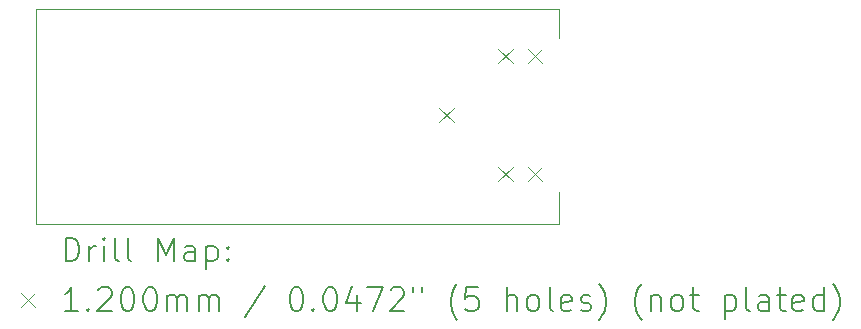
<source format=gbr>
%FSLAX45Y45*%
G04 Gerber Fmt 4.5, Leading zero omitted, Abs format (unit mm)*
G04 Created by KiCad (PCBNEW (6.0.5)) date 2024-01-21 09:57:32*
%MOMM*%
%LPD*%
G01*
G04 APERTURE LIST*
%TA.AperFunction,Profile*%
%ADD10C,0.100000*%
%TD*%
%ADD11C,0.200000*%
%ADD12C,0.120000*%
G04 APERTURE END LIST*
D10*
X13550000Y-10825000D02*
X13225000Y-10825000D01*
X17650000Y-10825000D02*
X17650000Y-10550000D01*
X16825000Y-9000000D02*
X17650000Y-9000000D01*
X13225000Y-9000000D02*
X13225000Y-9025000D01*
X17650000Y-9000000D02*
X17650000Y-9250000D01*
X16825000Y-9000000D02*
X13550000Y-9000000D01*
X13550000Y-9000000D02*
X13225000Y-9000000D01*
X16825000Y-10825000D02*
X17650000Y-10825000D01*
X13225000Y-9025000D02*
X13225000Y-10825000D01*
X13550000Y-10825000D02*
X16825000Y-10825000D01*
D11*
D12*
X16640000Y-9840000D02*
X16760000Y-9960000D01*
X16760000Y-9840000D02*
X16640000Y-9960000D01*
X17140000Y-9340000D02*
X17260000Y-9460000D01*
X17260000Y-9340000D02*
X17140000Y-9460000D01*
X17140000Y-10340000D02*
X17260000Y-10460000D01*
X17260000Y-10340000D02*
X17140000Y-10460000D01*
X17390000Y-9340000D02*
X17510000Y-9460000D01*
X17510000Y-9340000D02*
X17390000Y-9460000D01*
X17390000Y-10340000D02*
X17510000Y-10460000D01*
X17510000Y-10340000D02*
X17390000Y-10460000D01*
D11*
X13477619Y-11140476D02*
X13477619Y-10940476D01*
X13525238Y-10940476D01*
X13553809Y-10950000D01*
X13572857Y-10969048D01*
X13582381Y-10988095D01*
X13591905Y-11026190D01*
X13591905Y-11054762D01*
X13582381Y-11092857D01*
X13572857Y-11111905D01*
X13553809Y-11130952D01*
X13525238Y-11140476D01*
X13477619Y-11140476D01*
X13677619Y-11140476D02*
X13677619Y-11007143D01*
X13677619Y-11045238D02*
X13687143Y-11026190D01*
X13696667Y-11016667D01*
X13715714Y-11007143D01*
X13734762Y-11007143D01*
X13801428Y-11140476D02*
X13801428Y-11007143D01*
X13801428Y-10940476D02*
X13791905Y-10950000D01*
X13801428Y-10959524D01*
X13810952Y-10950000D01*
X13801428Y-10940476D01*
X13801428Y-10959524D01*
X13925238Y-11140476D02*
X13906190Y-11130952D01*
X13896667Y-11111905D01*
X13896667Y-10940476D01*
X14030000Y-11140476D02*
X14010952Y-11130952D01*
X14001428Y-11111905D01*
X14001428Y-10940476D01*
X14258571Y-11140476D02*
X14258571Y-10940476D01*
X14325238Y-11083333D01*
X14391905Y-10940476D01*
X14391905Y-11140476D01*
X14572857Y-11140476D02*
X14572857Y-11035714D01*
X14563333Y-11016667D01*
X14544286Y-11007143D01*
X14506190Y-11007143D01*
X14487143Y-11016667D01*
X14572857Y-11130952D02*
X14553809Y-11140476D01*
X14506190Y-11140476D01*
X14487143Y-11130952D01*
X14477619Y-11111905D01*
X14477619Y-11092857D01*
X14487143Y-11073810D01*
X14506190Y-11064286D01*
X14553809Y-11064286D01*
X14572857Y-11054762D01*
X14668095Y-11007143D02*
X14668095Y-11207143D01*
X14668095Y-11016667D02*
X14687143Y-11007143D01*
X14725238Y-11007143D01*
X14744286Y-11016667D01*
X14753809Y-11026190D01*
X14763333Y-11045238D01*
X14763333Y-11102381D01*
X14753809Y-11121429D01*
X14744286Y-11130952D01*
X14725238Y-11140476D01*
X14687143Y-11140476D01*
X14668095Y-11130952D01*
X14849048Y-11121429D02*
X14858571Y-11130952D01*
X14849048Y-11140476D01*
X14839524Y-11130952D01*
X14849048Y-11121429D01*
X14849048Y-11140476D01*
X14849048Y-11016667D02*
X14858571Y-11026190D01*
X14849048Y-11035714D01*
X14839524Y-11026190D01*
X14849048Y-11016667D01*
X14849048Y-11035714D01*
D12*
X13100000Y-11410000D02*
X13220000Y-11530000D01*
X13220000Y-11410000D02*
X13100000Y-11530000D01*
D11*
X13582381Y-11560476D02*
X13468095Y-11560476D01*
X13525238Y-11560476D02*
X13525238Y-11360476D01*
X13506190Y-11389048D01*
X13487143Y-11408095D01*
X13468095Y-11417619D01*
X13668095Y-11541428D02*
X13677619Y-11550952D01*
X13668095Y-11560476D01*
X13658571Y-11550952D01*
X13668095Y-11541428D01*
X13668095Y-11560476D01*
X13753809Y-11379524D02*
X13763333Y-11370000D01*
X13782381Y-11360476D01*
X13830000Y-11360476D01*
X13849048Y-11370000D01*
X13858571Y-11379524D01*
X13868095Y-11398571D01*
X13868095Y-11417619D01*
X13858571Y-11446190D01*
X13744286Y-11560476D01*
X13868095Y-11560476D01*
X13991905Y-11360476D02*
X14010952Y-11360476D01*
X14030000Y-11370000D01*
X14039524Y-11379524D01*
X14049048Y-11398571D01*
X14058571Y-11436667D01*
X14058571Y-11484286D01*
X14049048Y-11522381D01*
X14039524Y-11541428D01*
X14030000Y-11550952D01*
X14010952Y-11560476D01*
X13991905Y-11560476D01*
X13972857Y-11550952D01*
X13963333Y-11541428D01*
X13953809Y-11522381D01*
X13944286Y-11484286D01*
X13944286Y-11436667D01*
X13953809Y-11398571D01*
X13963333Y-11379524D01*
X13972857Y-11370000D01*
X13991905Y-11360476D01*
X14182381Y-11360476D02*
X14201428Y-11360476D01*
X14220476Y-11370000D01*
X14230000Y-11379524D01*
X14239524Y-11398571D01*
X14249048Y-11436667D01*
X14249048Y-11484286D01*
X14239524Y-11522381D01*
X14230000Y-11541428D01*
X14220476Y-11550952D01*
X14201428Y-11560476D01*
X14182381Y-11560476D01*
X14163333Y-11550952D01*
X14153809Y-11541428D01*
X14144286Y-11522381D01*
X14134762Y-11484286D01*
X14134762Y-11436667D01*
X14144286Y-11398571D01*
X14153809Y-11379524D01*
X14163333Y-11370000D01*
X14182381Y-11360476D01*
X14334762Y-11560476D02*
X14334762Y-11427143D01*
X14334762Y-11446190D02*
X14344286Y-11436667D01*
X14363333Y-11427143D01*
X14391905Y-11427143D01*
X14410952Y-11436667D01*
X14420476Y-11455714D01*
X14420476Y-11560476D01*
X14420476Y-11455714D02*
X14430000Y-11436667D01*
X14449048Y-11427143D01*
X14477619Y-11427143D01*
X14496667Y-11436667D01*
X14506190Y-11455714D01*
X14506190Y-11560476D01*
X14601428Y-11560476D02*
X14601428Y-11427143D01*
X14601428Y-11446190D02*
X14610952Y-11436667D01*
X14630000Y-11427143D01*
X14658571Y-11427143D01*
X14677619Y-11436667D01*
X14687143Y-11455714D01*
X14687143Y-11560476D01*
X14687143Y-11455714D02*
X14696667Y-11436667D01*
X14715714Y-11427143D01*
X14744286Y-11427143D01*
X14763333Y-11436667D01*
X14772857Y-11455714D01*
X14772857Y-11560476D01*
X15163333Y-11350952D02*
X14991905Y-11608095D01*
X15420476Y-11360476D02*
X15439524Y-11360476D01*
X15458571Y-11370000D01*
X15468095Y-11379524D01*
X15477619Y-11398571D01*
X15487143Y-11436667D01*
X15487143Y-11484286D01*
X15477619Y-11522381D01*
X15468095Y-11541428D01*
X15458571Y-11550952D01*
X15439524Y-11560476D01*
X15420476Y-11560476D01*
X15401428Y-11550952D01*
X15391905Y-11541428D01*
X15382381Y-11522381D01*
X15372857Y-11484286D01*
X15372857Y-11436667D01*
X15382381Y-11398571D01*
X15391905Y-11379524D01*
X15401428Y-11370000D01*
X15420476Y-11360476D01*
X15572857Y-11541428D02*
X15582381Y-11550952D01*
X15572857Y-11560476D01*
X15563333Y-11550952D01*
X15572857Y-11541428D01*
X15572857Y-11560476D01*
X15706190Y-11360476D02*
X15725238Y-11360476D01*
X15744286Y-11370000D01*
X15753809Y-11379524D01*
X15763333Y-11398571D01*
X15772857Y-11436667D01*
X15772857Y-11484286D01*
X15763333Y-11522381D01*
X15753809Y-11541428D01*
X15744286Y-11550952D01*
X15725238Y-11560476D01*
X15706190Y-11560476D01*
X15687143Y-11550952D01*
X15677619Y-11541428D01*
X15668095Y-11522381D01*
X15658571Y-11484286D01*
X15658571Y-11436667D01*
X15668095Y-11398571D01*
X15677619Y-11379524D01*
X15687143Y-11370000D01*
X15706190Y-11360476D01*
X15944286Y-11427143D02*
X15944286Y-11560476D01*
X15896667Y-11350952D02*
X15849048Y-11493809D01*
X15972857Y-11493809D01*
X16030000Y-11360476D02*
X16163333Y-11360476D01*
X16077619Y-11560476D01*
X16230000Y-11379524D02*
X16239524Y-11370000D01*
X16258571Y-11360476D01*
X16306190Y-11360476D01*
X16325238Y-11370000D01*
X16334762Y-11379524D01*
X16344286Y-11398571D01*
X16344286Y-11417619D01*
X16334762Y-11446190D01*
X16220476Y-11560476D01*
X16344286Y-11560476D01*
X16420476Y-11360476D02*
X16420476Y-11398571D01*
X16496667Y-11360476D02*
X16496667Y-11398571D01*
X16791905Y-11636667D02*
X16782381Y-11627143D01*
X16763333Y-11598571D01*
X16753809Y-11579524D01*
X16744286Y-11550952D01*
X16734762Y-11503333D01*
X16734762Y-11465238D01*
X16744286Y-11417619D01*
X16753809Y-11389048D01*
X16763333Y-11370000D01*
X16782381Y-11341428D01*
X16791905Y-11331905D01*
X16963333Y-11360476D02*
X16868095Y-11360476D01*
X16858571Y-11455714D01*
X16868095Y-11446190D01*
X16887143Y-11436667D01*
X16934762Y-11436667D01*
X16953810Y-11446190D01*
X16963333Y-11455714D01*
X16972857Y-11474762D01*
X16972857Y-11522381D01*
X16963333Y-11541428D01*
X16953810Y-11550952D01*
X16934762Y-11560476D01*
X16887143Y-11560476D01*
X16868095Y-11550952D01*
X16858571Y-11541428D01*
X17210952Y-11560476D02*
X17210952Y-11360476D01*
X17296667Y-11560476D02*
X17296667Y-11455714D01*
X17287143Y-11436667D01*
X17268095Y-11427143D01*
X17239524Y-11427143D01*
X17220476Y-11436667D01*
X17210952Y-11446190D01*
X17420476Y-11560476D02*
X17401429Y-11550952D01*
X17391905Y-11541428D01*
X17382381Y-11522381D01*
X17382381Y-11465238D01*
X17391905Y-11446190D01*
X17401429Y-11436667D01*
X17420476Y-11427143D01*
X17449048Y-11427143D01*
X17468095Y-11436667D01*
X17477619Y-11446190D01*
X17487143Y-11465238D01*
X17487143Y-11522381D01*
X17477619Y-11541428D01*
X17468095Y-11550952D01*
X17449048Y-11560476D01*
X17420476Y-11560476D01*
X17601429Y-11560476D02*
X17582381Y-11550952D01*
X17572857Y-11531905D01*
X17572857Y-11360476D01*
X17753810Y-11550952D02*
X17734762Y-11560476D01*
X17696667Y-11560476D01*
X17677619Y-11550952D01*
X17668095Y-11531905D01*
X17668095Y-11455714D01*
X17677619Y-11436667D01*
X17696667Y-11427143D01*
X17734762Y-11427143D01*
X17753810Y-11436667D01*
X17763333Y-11455714D01*
X17763333Y-11474762D01*
X17668095Y-11493809D01*
X17839524Y-11550952D02*
X17858571Y-11560476D01*
X17896667Y-11560476D01*
X17915714Y-11550952D01*
X17925238Y-11531905D01*
X17925238Y-11522381D01*
X17915714Y-11503333D01*
X17896667Y-11493809D01*
X17868095Y-11493809D01*
X17849048Y-11484286D01*
X17839524Y-11465238D01*
X17839524Y-11455714D01*
X17849048Y-11436667D01*
X17868095Y-11427143D01*
X17896667Y-11427143D01*
X17915714Y-11436667D01*
X17991905Y-11636667D02*
X18001429Y-11627143D01*
X18020476Y-11598571D01*
X18030000Y-11579524D01*
X18039524Y-11550952D01*
X18049048Y-11503333D01*
X18049048Y-11465238D01*
X18039524Y-11417619D01*
X18030000Y-11389048D01*
X18020476Y-11370000D01*
X18001429Y-11341428D01*
X17991905Y-11331905D01*
X18353810Y-11636667D02*
X18344286Y-11627143D01*
X18325238Y-11598571D01*
X18315714Y-11579524D01*
X18306190Y-11550952D01*
X18296667Y-11503333D01*
X18296667Y-11465238D01*
X18306190Y-11417619D01*
X18315714Y-11389048D01*
X18325238Y-11370000D01*
X18344286Y-11341428D01*
X18353810Y-11331905D01*
X18430000Y-11427143D02*
X18430000Y-11560476D01*
X18430000Y-11446190D02*
X18439524Y-11436667D01*
X18458571Y-11427143D01*
X18487143Y-11427143D01*
X18506190Y-11436667D01*
X18515714Y-11455714D01*
X18515714Y-11560476D01*
X18639524Y-11560476D02*
X18620476Y-11550952D01*
X18610952Y-11541428D01*
X18601429Y-11522381D01*
X18601429Y-11465238D01*
X18610952Y-11446190D01*
X18620476Y-11436667D01*
X18639524Y-11427143D01*
X18668095Y-11427143D01*
X18687143Y-11436667D01*
X18696667Y-11446190D01*
X18706190Y-11465238D01*
X18706190Y-11522381D01*
X18696667Y-11541428D01*
X18687143Y-11550952D01*
X18668095Y-11560476D01*
X18639524Y-11560476D01*
X18763333Y-11427143D02*
X18839524Y-11427143D01*
X18791905Y-11360476D02*
X18791905Y-11531905D01*
X18801429Y-11550952D01*
X18820476Y-11560476D01*
X18839524Y-11560476D01*
X19058571Y-11427143D02*
X19058571Y-11627143D01*
X19058571Y-11436667D02*
X19077619Y-11427143D01*
X19115714Y-11427143D01*
X19134762Y-11436667D01*
X19144286Y-11446190D01*
X19153810Y-11465238D01*
X19153810Y-11522381D01*
X19144286Y-11541428D01*
X19134762Y-11550952D01*
X19115714Y-11560476D01*
X19077619Y-11560476D01*
X19058571Y-11550952D01*
X19268095Y-11560476D02*
X19249048Y-11550952D01*
X19239524Y-11531905D01*
X19239524Y-11360476D01*
X19430000Y-11560476D02*
X19430000Y-11455714D01*
X19420476Y-11436667D01*
X19401429Y-11427143D01*
X19363333Y-11427143D01*
X19344286Y-11436667D01*
X19430000Y-11550952D02*
X19410952Y-11560476D01*
X19363333Y-11560476D01*
X19344286Y-11550952D01*
X19334762Y-11531905D01*
X19334762Y-11512857D01*
X19344286Y-11493809D01*
X19363333Y-11484286D01*
X19410952Y-11484286D01*
X19430000Y-11474762D01*
X19496667Y-11427143D02*
X19572857Y-11427143D01*
X19525238Y-11360476D02*
X19525238Y-11531905D01*
X19534762Y-11550952D01*
X19553810Y-11560476D01*
X19572857Y-11560476D01*
X19715714Y-11550952D02*
X19696667Y-11560476D01*
X19658571Y-11560476D01*
X19639524Y-11550952D01*
X19630000Y-11531905D01*
X19630000Y-11455714D01*
X19639524Y-11436667D01*
X19658571Y-11427143D01*
X19696667Y-11427143D01*
X19715714Y-11436667D01*
X19725238Y-11455714D01*
X19725238Y-11474762D01*
X19630000Y-11493809D01*
X19896667Y-11560476D02*
X19896667Y-11360476D01*
X19896667Y-11550952D02*
X19877619Y-11560476D01*
X19839524Y-11560476D01*
X19820476Y-11550952D01*
X19810952Y-11541428D01*
X19801429Y-11522381D01*
X19801429Y-11465238D01*
X19810952Y-11446190D01*
X19820476Y-11436667D01*
X19839524Y-11427143D01*
X19877619Y-11427143D01*
X19896667Y-11436667D01*
X19972857Y-11636667D02*
X19982381Y-11627143D01*
X20001429Y-11598571D01*
X20010952Y-11579524D01*
X20020476Y-11550952D01*
X20030000Y-11503333D01*
X20030000Y-11465238D01*
X20020476Y-11417619D01*
X20010952Y-11389048D01*
X20001429Y-11370000D01*
X19982381Y-11341428D01*
X19972857Y-11331905D01*
M02*

</source>
